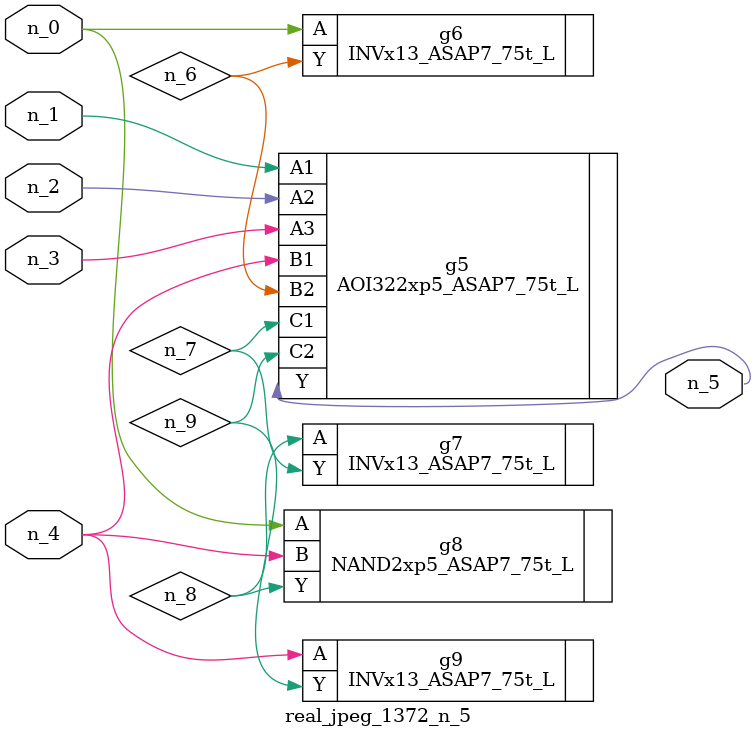
<source format=v>
module real_jpeg_1372_n_5 (n_4, n_0, n_1, n_2, n_3, n_5);

input n_4;
input n_0;
input n_1;
input n_2;
input n_3;

output n_5;

wire n_8;
wire n_6;
wire n_7;
wire n_9;

INVx13_ASAP7_75t_L g6 ( 
.A(n_0),
.Y(n_6)
);

NAND2xp5_ASAP7_75t_L g8 ( 
.A(n_0),
.B(n_4),
.Y(n_8)
);

AOI322xp5_ASAP7_75t_L g5 ( 
.A1(n_1),
.A2(n_2),
.A3(n_3),
.B1(n_4),
.B2(n_6),
.C1(n_7),
.C2(n_9),
.Y(n_5)
);

INVx13_ASAP7_75t_L g9 ( 
.A(n_4),
.Y(n_9)
);

INVx13_ASAP7_75t_L g7 ( 
.A(n_8),
.Y(n_7)
);


endmodule
</source>
